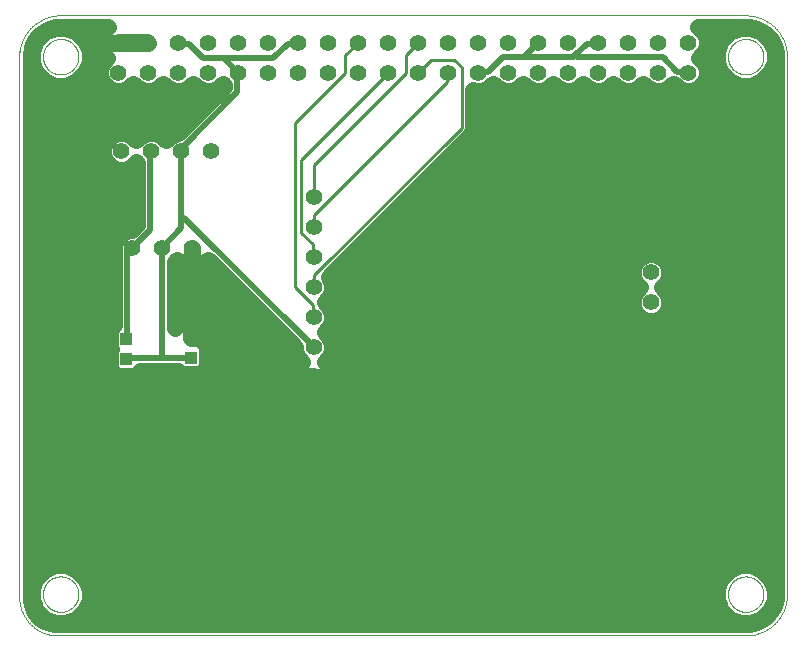
<source format=gtl>
G75*
%MOIN*%
%OFA0B0*%
%FSLAX25Y25*%
%IPPOS*%
%LPD*%
%AMOC8*
5,1,8,0,0,1.08239X$1,22.5*
%
%ADD10C,0.00000*%
%ADD11R,0.03937X0.04331*%
%ADD12C,0.05600*%
%ADD13C,0.05500*%
%ADD14C,0.02000*%
%ADD15C,0.01000*%
D10*
X0023493Y0027808D02*
X0023493Y0206942D01*
X0023493Y0209894D01*
X0023493Y0206942D02*
X0023473Y0207275D01*
X0023462Y0207609D01*
X0023458Y0207942D01*
X0023462Y0208276D01*
X0023475Y0208610D01*
X0023495Y0208943D01*
X0023524Y0209276D01*
X0023561Y0209608D01*
X0023605Y0209938D01*
X0023658Y0210268D01*
X0023719Y0210596D01*
X0023787Y0210923D01*
X0023863Y0211248D01*
X0023948Y0211571D01*
X0024040Y0211892D01*
X0024139Y0212211D01*
X0024247Y0212527D01*
X0024362Y0212840D01*
X0024484Y0213151D01*
X0024614Y0213458D01*
X0024751Y0213763D01*
X0024896Y0214063D01*
X0025048Y0214361D01*
X0025207Y0214654D01*
X0025373Y0214944D01*
X0025546Y0215229D01*
X0025726Y0215511D01*
X0025913Y0215787D01*
X0026106Y0216060D01*
X0026306Y0216327D01*
X0026512Y0216590D01*
X0026725Y0216847D01*
X0026943Y0217099D01*
X0027168Y0217346D01*
X0027398Y0217588D01*
X0027635Y0217823D01*
X0027877Y0218053D01*
X0028124Y0218278D01*
X0028377Y0218496D01*
X0028635Y0218707D01*
X0028898Y0218913D01*
X0029166Y0219112D01*
X0029439Y0219305D01*
X0029716Y0219491D01*
X0029998Y0219670D01*
X0030284Y0219842D01*
X0030574Y0220008D01*
X0030867Y0220166D01*
X0031165Y0220317D01*
X0031466Y0220461D01*
X0031771Y0220598D01*
X0032079Y0220727D01*
X0032390Y0220849D01*
X0032703Y0220963D01*
X0033020Y0221070D01*
X0033338Y0221169D01*
X0033660Y0221260D01*
X0033983Y0221343D01*
X0034308Y0221419D01*
X0034635Y0221487D01*
X0034963Y0221547D01*
X0035293Y0221598D01*
X0035624Y0221642D01*
X0035956Y0221678D01*
X0036289Y0221706D01*
X0036288Y0221705D02*
X0265619Y0221705D01*
X0265619Y0221706D02*
X0265952Y0221702D01*
X0266285Y0221690D01*
X0266617Y0221670D01*
X0266949Y0221642D01*
X0267280Y0221606D01*
X0267610Y0221561D01*
X0267939Y0221509D01*
X0268267Y0221449D01*
X0268593Y0221381D01*
X0268917Y0221306D01*
X0269239Y0221222D01*
X0269559Y0221131D01*
X0269877Y0221032D01*
X0270193Y0220925D01*
X0270505Y0220811D01*
X0270815Y0220689D01*
X0271122Y0220559D01*
X0271426Y0220423D01*
X0271726Y0220279D01*
X0272023Y0220128D01*
X0272316Y0219969D01*
X0272605Y0219804D01*
X0272890Y0219632D01*
X0273171Y0219453D01*
X0273447Y0219267D01*
X0273719Y0219074D01*
X0273986Y0218875D01*
X0274248Y0218670D01*
X0274505Y0218458D01*
X0274757Y0218240D01*
X0275003Y0218017D01*
X0275244Y0217787D01*
X0275480Y0217551D01*
X0275710Y0217310D01*
X0275933Y0217064D01*
X0276151Y0216812D01*
X0276363Y0216555D01*
X0276568Y0216293D01*
X0276767Y0216026D01*
X0276960Y0215754D01*
X0277146Y0215478D01*
X0277325Y0215197D01*
X0277497Y0214912D01*
X0277662Y0214623D01*
X0277821Y0214330D01*
X0277972Y0214033D01*
X0278116Y0213733D01*
X0278252Y0213429D01*
X0278382Y0213122D01*
X0278504Y0212812D01*
X0278618Y0212500D01*
X0278725Y0212184D01*
X0278824Y0211866D01*
X0278915Y0211546D01*
X0278999Y0211224D01*
X0279074Y0210900D01*
X0279142Y0210574D01*
X0279202Y0210246D01*
X0279254Y0209917D01*
X0279299Y0209587D01*
X0279335Y0209256D01*
X0279363Y0208924D01*
X0279383Y0208592D01*
X0279395Y0208259D01*
X0279399Y0207926D01*
X0279399Y0028792D01*
X0279395Y0028459D01*
X0279383Y0028126D01*
X0279363Y0027794D01*
X0279335Y0027462D01*
X0279299Y0027131D01*
X0279254Y0026801D01*
X0279202Y0026472D01*
X0279142Y0026144D01*
X0279074Y0025818D01*
X0278999Y0025494D01*
X0278915Y0025172D01*
X0278824Y0024852D01*
X0278725Y0024534D01*
X0278618Y0024218D01*
X0278504Y0023906D01*
X0278382Y0023596D01*
X0278252Y0023289D01*
X0278116Y0022985D01*
X0277972Y0022685D01*
X0277821Y0022388D01*
X0277662Y0022095D01*
X0277497Y0021806D01*
X0277325Y0021521D01*
X0277146Y0021240D01*
X0276960Y0020964D01*
X0276767Y0020692D01*
X0276568Y0020425D01*
X0276363Y0020163D01*
X0276151Y0019906D01*
X0275933Y0019654D01*
X0275710Y0019408D01*
X0275480Y0019167D01*
X0275244Y0018931D01*
X0275003Y0018701D01*
X0274757Y0018478D01*
X0274505Y0018260D01*
X0274248Y0018048D01*
X0273986Y0017843D01*
X0273719Y0017644D01*
X0273447Y0017451D01*
X0273171Y0017265D01*
X0272890Y0017086D01*
X0272605Y0016914D01*
X0272316Y0016749D01*
X0272023Y0016590D01*
X0271726Y0016439D01*
X0271426Y0016295D01*
X0271122Y0016159D01*
X0270815Y0016029D01*
X0270505Y0015907D01*
X0270193Y0015793D01*
X0269877Y0015686D01*
X0269559Y0015587D01*
X0269239Y0015496D01*
X0268917Y0015412D01*
X0268593Y0015337D01*
X0268267Y0015269D01*
X0267939Y0015209D01*
X0267610Y0015157D01*
X0267280Y0015112D01*
X0266949Y0015076D01*
X0266617Y0015048D01*
X0266285Y0015028D01*
X0265952Y0015016D01*
X0265619Y0015012D01*
X0265619Y0015013D02*
X0036288Y0015013D01*
X0035979Y0015017D01*
X0035670Y0015028D01*
X0035361Y0015047D01*
X0035053Y0015073D01*
X0034746Y0015106D01*
X0034439Y0015147D01*
X0034134Y0015196D01*
X0033830Y0015251D01*
X0033527Y0015314D01*
X0033226Y0015385D01*
X0032927Y0015462D01*
X0032629Y0015547D01*
X0032334Y0015639D01*
X0032041Y0015738D01*
X0031751Y0015844D01*
X0031463Y0015958D01*
X0031178Y0016078D01*
X0030896Y0016205D01*
X0030617Y0016338D01*
X0030342Y0016479D01*
X0030070Y0016626D01*
X0029801Y0016779D01*
X0029537Y0016939D01*
X0029276Y0017105D01*
X0029020Y0017278D01*
X0028767Y0017457D01*
X0028519Y0017641D01*
X0028276Y0017832D01*
X0028037Y0018029D01*
X0027803Y0018231D01*
X0027574Y0018439D01*
X0027351Y0018652D01*
X0027132Y0018871D01*
X0026919Y0019094D01*
X0026711Y0019323D01*
X0026509Y0019557D01*
X0026312Y0019796D01*
X0026121Y0020039D01*
X0025937Y0020287D01*
X0025758Y0020540D01*
X0025585Y0020796D01*
X0025419Y0021057D01*
X0025259Y0021321D01*
X0025106Y0021590D01*
X0024959Y0021862D01*
X0024818Y0022137D01*
X0024685Y0022416D01*
X0024558Y0022698D01*
X0024438Y0022983D01*
X0024324Y0023271D01*
X0024218Y0023561D01*
X0024119Y0023854D01*
X0024027Y0024149D01*
X0023942Y0024447D01*
X0023865Y0024746D01*
X0023794Y0025047D01*
X0023731Y0025350D01*
X0023676Y0025654D01*
X0023627Y0025959D01*
X0023586Y0026266D01*
X0023553Y0026573D01*
X0023527Y0026881D01*
X0023508Y0027190D01*
X0023497Y0027499D01*
X0023493Y0027808D01*
X0031367Y0028792D02*
X0031369Y0028945D01*
X0031375Y0029099D01*
X0031385Y0029252D01*
X0031399Y0029404D01*
X0031417Y0029557D01*
X0031439Y0029708D01*
X0031464Y0029859D01*
X0031494Y0030010D01*
X0031528Y0030160D01*
X0031565Y0030308D01*
X0031606Y0030456D01*
X0031651Y0030602D01*
X0031700Y0030748D01*
X0031753Y0030892D01*
X0031809Y0031034D01*
X0031869Y0031175D01*
X0031933Y0031315D01*
X0032000Y0031453D01*
X0032071Y0031589D01*
X0032146Y0031723D01*
X0032223Y0031855D01*
X0032305Y0031985D01*
X0032389Y0032113D01*
X0032477Y0032239D01*
X0032568Y0032362D01*
X0032662Y0032483D01*
X0032760Y0032601D01*
X0032860Y0032717D01*
X0032964Y0032830D01*
X0033070Y0032941D01*
X0033179Y0033049D01*
X0033291Y0033154D01*
X0033405Y0033255D01*
X0033523Y0033354D01*
X0033642Y0033450D01*
X0033764Y0033543D01*
X0033889Y0033632D01*
X0034016Y0033719D01*
X0034145Y0033801D01*
X0034276Y0033881D01*
X0034409Y0033957D01*
X0034544Y0034030D01*
X0034681Y0034099D01*
X0034820Y0034164D01*
X0034960Y0034226D01*
X0035102Y0034284D01*
X0035245Y0034339D01*
X0035390Y0034390D01*
X0035536Y0034437D01*
X0035683Y0034480D01*
X0035831Y0034519D01*
X0035980Y0034555D01*
X0036130Y0034586D01*
X0036281Y0034614D01*
X0036432Y0034638D01*
X0036585Y0034658D01*
X0036737Y0034674D01*
X0036890Y0034686D01*
X0037043Y0034694D01*
X0037196Y0034698D01*
X0037350Y0034698D01*
X0037503Y0034694D01*
X0037656Y0034686D01*
X0037809Y0034674D01*
X0037961Y0034658D01*
X0038114Y0034638D01*
X0038265Y0034614D01*
X0038416Y0034586D01*
X0038566Y0034555D01*
X0038715Y0034519D01*
X0038863Y0034480D01*
X0039010Y0034437D01*
X0039156Y0034390D01*
X0039301Y0034339D01*
X0039444Y0034284D01*
X0039586Y0034226D01*
X0039726Y0034164D01*
X0039865Y0034099D01*
X0040002Y0034030D01*
X0040137Y0033957D01*
X0040270Y0033881D01*
X0040401Y0033801D01*
X0040530Y0033719D01*
X0040657Y0033632D01*
X0040782Y0033543D01*
X0040904Y0033450D01*
X0041023Y0033354D01*
X0041141Y0033255D01*
X0041255Y0033154D01*
X0041367Y0033049D01*
X0041476Y0032941D01*
X0041582Y0032830D01*
X0041686Y0032717D01*
X0041786Y0032601D01*
X0041884Y0032483D01*
X0041978Y0032362D01*
X0042069Y0032239D01*
X0042157Y0032113D01*
X0042241Y0031985D01*
X0042323Y0031855D01*
X0042400Y0031723D01*
X0042475Y0031589D01*
X0042546Y0031453D01*
X0042613Y0031315D01*
X0042677Y0031175D01*
X0042737Y0031034D01*
X0042793Y0030892D01*
X0042846Y0030748D01*
X0042895Y0030602D01*
X0042940Y0030456D01*
X0042981Y0030308D01*
X0043018Y0030160D01*
X0043052Y0030010D01*
X0043082Y0029859D01*
X0043107Y0029708D01*
X0043129Y0029557D01*
X0043147Y0029404D01*
X0043161Y0029252D01*
X0043171Y0029099D01*
X0043177Y0028945D01*
X0043179Y0028792D01*
X0043177Y0028639D01*
X0043171Y0028485D01*
X0043161Y0028332D01*
X0043147Y0028180D01*
X0043129Y0028027D01*
X0043107Y0027876D01*
X0043082Y0027725D01*
X0043052Y0027574D01*
X0043018Y0027424D01*
X0042981Y0027276D01*
X0042940Y0027128D01*
X0042895Y0026982D01*
X0042846Y0026836D01*
X0042793Y0026692D01*
X0042737Y0026550D01*
X0042677Y0026409D01*
X0042613Y0026269D01*
X0042546Y0026131D01*
X0042475Y0025995D01*
X0042400Y0025861D01*
X0042323Y0025729D01*
X0042241Y0025599D01*
X0042157Y0025471D01*
X0042069Y0025345D01*
X0041978Y0025222D01*
X0041884Y0025101D01*
X0041786Y0024983D01*
X0041686Y0024867D01*
X0041582Y0024754D01*
X0041476Y0024643D01*
X0041367Y0024535D01*
X0041255Y0024430D01*
X0041141Y0024329D01*
X0041023Y0024230D01*
X0040904Y0024134D01*
X0040782Y0024041D01*
X0040657Y0023952D01*
X0040530Y0023865D01*
X0040401Y0023783D01*
X0040270Y0023703D01*
X0040137Y0023627D01*
X0040002Y0023554D01*
X0039865Y0023485D01*
X0039726Y0023420D01*
X0039586Y0023358D01*
X0039444Y0023300D01*
X0039301Y0023245D01*
X0039156Y0023194D01*
X0039010Y0023147D01*
X0038863Y0023104D01*
X0038715Y0023065D01*
X0038566Y0023029D01*
X0038416Y0022998D01*
X0038265Y0022970D01*
X0038114Y0022946D01*
X0037961Y0022926D01*
X0037809Y0022910D01*
X0037656Y0022898D01*
X0037503Y0022890D01*
X0037350Y0022886D01*
X0037196Y0022886D01*
X0037043Y0022890D01*
X0036890Y0022898D01*
X0036737Y0022910D01*
X0036585Y0022926D01*
X0036432Y0022946D01*
X0036281Y0022970D01*
X0036130Y0022998D01*
X0035980Y0023029D01*
X0035831Y0023065D01*
X0035683Y0023104D01*
X0035536Y0023147D01*
X0035390Y0023194D01*
X0035245Y0023245D01*
X0035102Y0023300D01*
X0034960Y0023358D01*
X0034820Y0023420D01*
X0034681Y0023485D01*
X0034544Y0023554D01*
X0034409Y0023627D01*
X0034276Y0023703D01*
X0034145Y0023783D01*
X0034016Y0023865D01*
X0033889Y0023952D01*
X0033764Y0024041D01*
X0033642Y0024134D01*
X0033523Y0024230D01*
X0033405Y0024329D01*
X0033291Y0024430D01*
X0033179Y0024535D01*
X0033070Y0024643D01*
X0032964Y0024754D01*
X0032860Y0024867D01*
X0032760Y0024983D01*
X0032662Y0025101D01*
X0032568Y0025222D01*
X0032477Y0025345D01*
X0032389Y0025471D01*
X0032305Y0025599D01*
X0032223Y0025729D01*
X0032146Y0025861D01*
X0032071Y0025995D01*
X0032000Y0026131D01*
X0031933Y0026269D01*
X0031869Y0026409D01*
X0031809Y0026550D01*
X0031753Y0026692D01*
X0031700Y0026836D01*
X0031651Y0026982D01*
X0031606Y0027128D01*
X0031565Y0027276D01*
X0031528Y0027424D01*
X0031494Y0027574D01*
X0031464Y0027725D01*
X0031439Y0027876D01*
X0031417Y0028027D01*
X0031399Y0028180D01*
X0031385Y0028332D01*
X0031375Y0028485D01*
X0031369Y0028639D01*
X0031367Y0028792D01*
X0031367Y0207926D02*
X0031369Y0208079D01*
X0031375Y0208233D01*
X0031385Y0208386D01*
X0031399Y0208538D01*
X0031417Y0208691D01*
X0031439Y0208842D01*
X0031464Y0208993D01*
X0031494Y0209144D01*
X0031528Y0209294D01*
X0031565Y0209442D01*
X0031606Y0209590D01*
X0031651Y0209736D01*
X0031700Y0209882D01*
X0031753Y0210026D01*
X0031809Y0210168D01*
X0031869Y0210309D01*
X0031933Y0210449D01*
X0032000Y0210587D01*
X0032071Y0210723D01*
X0032146Y0210857D01*
X0032223Y0210989D01*
X0032305Y0211119D01*
X0032389Y0211247D01*
X0032477Y0211373D01*
X0032568Y0211496D01*
X0032662Y0211617D01*
X0032760Y0211735D01*
X0032860Y0211851D01*
X0032964Y0211964D01*
X0033070Y0212075D01*
X0033179Y0212183D01*
X0033291Y0212288D01*
X0033405Y0212389D01*
X0033523Y0212488D01*
X0033642Y0212584D01*
X0033764Y0212677D01*
X0033889Y0212766D01*
X0034016Y0212853D01*
X0034145Y0212935D01*
X0034276Y0213015D01*
X0034409Y0213091D01*
X0034544Y0213164D01*
X0034681Y0213233D01*
X0034820Y0213298D01*
X0034960Y0213360D01*
X0035102Y0213418D01*
X0035245Y0213473D01*
X0035390Y0213524D01*
X0035536Y0213571D01*
X0035683Y0213614D01*
X0035831Y0213653D01*
X0035980Y0213689D01*
X0036130Y0213720D01*
X0036281Y0213748D01*
X0036432Y0213772D01*
X0036585Y0213792D01*
X0036737Y0213808D01*
X0036890Y0213820D01*
X0037043Y0213828D01*
X0037196Y0213832D01*
X0037350Y0213832D01*
X0037503Y0213828D01*
X0037656Y0213820D01*
X0037809Y0213808D01*
X0037961Y0213792D01*
X0038114Y0213772D01*
X0038265Y0213748D01*
X0038416Y0213720D01*
X0038566Y0213689D01*
X0038715Y0213653D01*
X0038863Y0213614D01*
X0039010Y0213571D01*
X0039156Y0213524D01*
X0039301Y0213473D01*
X0039444Y0213418D01*
X0039586Y0213360D01*
X0039726Y0213298D01*
X0039865Y0213233D01*
X0040002Y0213164D01*
X0040137Y0213091D01*
X0040270Y0213015D01*
X0040401Y0212935D01*
X0040530Y0212853D01*
X0040657Y0212766D01*
X0040782Y0212677D01*
X0040904Y0212584D01*
X0041023Y0212488D01*
X0041141Y0212389D01*
X0041255Y0212288D01*
X0041367Y0212183D01*
X0041476Y0212075D01*
X0041582Y0211964D01*
X0041686Y0211851D01*
X0041786Y0211735D01*
X0041884Y0211617D01*
X0041978Y0211496D01*
X0042069Y0211373D01*
X0042157Y0211247D01*
X0042241Y0211119D01*
X0042323Y0210989D01*
X0042400Y0210857D01*
X0042475Y0210723D01*
X0042546Y0210587D01*
X0042613Y0210449D01*
X0042677Y0210309D01*
X0042737Y0210168D01*
X0042793Y0210026D01*
X0042846Y0209882D01*
X0042895Y0209736D01*
X0042940Y0209590D01*
X0042981Y0209442D01*
X0043018Y0209294D01*
X0043052Y0209144D01*
X0043082Y0208993D01*
X0043107Y0208842D01*
X0043129Y0208691D01*
X0043147Y0208538D01*
X0043161Y0208386D01*
X0043171Y0208233D01*
X0043177Y0208079D01*
X0043179Y0207926D01*
X0043177Y0207773D01*
X0043171Y0207619D01*
X0043161Y0207466D01*
X0043147Y0207314D01*
X0043129Y0207161D01*
X0043107Y0207010D01*
X0043082Y0206859D01*
X0043052Y0206708D01*
X0043018Y0206558D01*
X0042981Y0206410D01*
X0042940Y0206262D01*
X0042895Y0206116D01*
X0042846Y0205970D01*
X0042793Y0205826D01*
X0042737Y0205684D01*
X0042677Y0205543D01*
X0042613Y0205403D01*
X0042546Y0205265D01*
X0042475Y0205129D01*
X0042400Y0204995D01*
X0042323Y0204863D01*
X0042241Y0204733D01*
X0042157Y0204605D01*
X0042069Y0204479D01*
X0041978Y0204356D01*
X0041884Y0204235D01*
X0041786Y0204117D01*
X0041686Y0204001D01*
X0041582Y0203888D01*
X0041476Y0203777D01*
X0041367Y0203669D01*
X0041255Y0203564D01*
X0041141Y0203463D01*
X0041023Y0203364D01*
X0040904Y0203268D01*
X0040782Y0203175D01*
X0040657Y0203086D01*
X0040530Y0202999D01*
X0040401Y0202917D01*
X0040270Y0202837D01*
X0040137Y0202761D01*
X0040002Y0202688D01*
X0039865Y0202619D01*
X0039726Y0202554D01*
X0039586Y0202492D01*
X0039444Y0202434D01*
X0039301Y0202379D01*
X0039156Y0202328D01*
X0039010Y0202281D01*
X0038863Y0202238D01*
X0038715Y0202199D01*
X0038566Y0202163D01*
X0038416Y0202132D01*
X0038265Y0202104D01*
X0038114Y0202080D01*
X0037961Y0202060D01*
X0037809Y0202044D01*
X0037656Y0202032D01*
X0037503Y0202024D01*
X0037350Y0202020D01*
X0037196Y0202020D01*
X0037043Y0202024D01*
X0036890Y0202032D01*
X0036737Y0202044D01*
X0036585Y0202060D01*
X0036432Y0202080D01*
X0036281Y0202104D01*
X0036130Y0202132D01*
X0035980Y0202163D01*
X0035831Y0202199D01*
X0035683Y0202238D01*
X0035536Y0202281D01*
X0035390Y0202328D01*
X0035245Y0202379D01*
X0035102Y0202434D01*
X0034960Y0202492D01*
X0034820Y0202554D01*
X0034681Y0202619D01*
X0034544Y0202688D01*
X0034409Y0202761D01*
X0034276Y0202837D01*
X0034145Y0202917D01*
X0034016Y0202999D01*
X0033889Y0203086D01*
X0033764Y0203175D01*
X0033642Y0203268D01*
X0033523Y0203364D01*
X0033405Y0203463D01*
X0033291Y0203564D01*
X0033179Y0203669D01*
X0033070Y0203777D01*
X0032964Y0203888D01*
X0032860Y0204001D01*
X0032760Y0204117D01*
X0032662Y0204235D01*
X0032568Y0204356D01*
X0032477Y0204479D01*
X0032389Y0204605D01*
X0032305Y0204733D01*
X0032223Y0204863D01*
X0032146Y0204995D01*
X0032071Y0205129D01*
X0032000Y0205265D01*
X0031933Y0205403D01*
X0031869Y0205543D01*
X0031809Y0205684D01*
X0031753Y0205826D01*
X0031700Y0205970D01*
X0031651Y0206116D01*
X0031606Y0206262D01*
X0031565Y0206410D01*
X0031528Y0206558D01*
X0031494Y0206708D01*
X0031464Y0206859D01*
X0031439Y0207010D01*
X0031417Y0207161D01*
X0031399Y0207314D01*
X0031385Y0207466D01*
X0031375Y0207619D01*
X0031369Y0207773D01*
X0031367Y0207926D01*
X0259713Y0207926D02*
X0259715Y0208079D01*
X0259721Y0208233D01*
X0259731Y0208386D01*
X0259745Y0208538D01*
X0259763Y0208691D01*
X0259785Y0208842D01*
X0259810Y0208993D01*
X0259840Y0209144D01*
X0259874Y0209294D01*
X0259911Y0209442D01*
X0259952Y0209590D01*
X0259997Y0209736D01*
X0260046Y0209882D01*
X0260099Y0210026D01*
X0260155Y0210168D01*
X0260215Y0210309D01*
X0260279Y0210449D01*
X0260346Y0210587D01*
X0260417Y0210723D01*
X0260492Y0210857D01*
X0260569Y0210989D01*
X0260651Y0211119D01*
X0260735Y0211247D01*
X0260823Y0211373D01*
X0260914Y0211496D01*
X0261008Y0211617D01*
X0261106Y0211735D01*
X0261206Y0211851D01*
X0261310Y0211964D01*
X0261416Y0212075D01*
X0261525Y0212183D01*
X0261637Y0212288D01*
X0261751Y0212389D01*
X0261869Y0212488D01*
X0261988Y0212584D01*
X0262110Y0212677D01*
X0262235Y0212766D01*
X0262362Y0212853D01*
X0262491Y0212935D01*
X0262622Y0213015D01*
X0262755Y0213091D01*
X0262890Y0213164D01*
X0263027Y0213233D01*
X0263166Y0213298D01*
X0263306Y0213360D01*
X0263448Y0213418D01*
X0263591Y0213473D01*
X0263736Y0213524D01*
X0263882Y0213571D01*
X0264029Y0213614D01*
X0264177Y0213653D01*
X0264326Y0213689D01*
X0264476Y0213720D01*
X0264627Y0213748D01*
X0264778Y0213772D01*
X0264931Y0213792D01*
X0265083Y0213808D01*
X0265236Y0213820D01*
X0265389Y0213828D01*
X0265542Y0213832D01*
X0265696Y0213832D01*
X0265849Y0213828D01*
X0266002Y0213820D01*
X0266155Y0213808D01*
X0266307Y0213792D01*
X0266460Y0213772D01*
X0266611Y0213748D01*
X0266762Y0213720D01*
X0266912Y0213689D01*
X0267061Y0213653D01*
X0267209Y0213614D01*
X0267356Y0213571D01*
X0267502Y0213524D01*
X0267647Y0213473D01*
X0267790Y0213418D01*
X0267932Y0213360D01*
X0268072Y0213298D01*
X0268211Y0213233D01*
X0268348Y0213164D01*
X0268483Y0213091D01*
X0268616Y0213015D01*
X0268747Y0212935D01*
X0268876Y0212853D01*
X0269003Y0212766D01*
X0269128Y0212677D01*
X0269250Y0212584D01*
X0269369Y0212488D01*
X0269487Y0212389D01*
X0269601Y0212288D01*
X0269713Y0212183D01*
X0269822Y0212075D01*
X0269928Y0211964D01*
X0270032Y0211851D01*
X0270132Y0211735D01*
X0270230Y0211617D01*
X0270324Y0211496D01*
X0270415Y0211373D01*
X0270503Y0211247D01*
X0270587Y0211119D01*
X0270669Y0210989D01*
X0270746Y0210857D01*
X0270821Y0210723D01*
X0270892Y0210587D01*
X0270959Y0210449D01*
X0271023Y0210309D01*
X0271083Y0210168D01*
X0271139Y0210026D01*
X0271192Y0209882D01*
X0271241Y0209736D01*
X0271286Y0209590D01*
X0271327Y0209442D01*
X0271364Y0209294D01*
X0271398Y0209144D01*
X0271428Y0208993D01*
X0271453Y0208842D01*
X0271475Y0208691D01*
X0271493Y0208538D01*
X0271507Y0208386D01*
X0271517Y0208233D01*
X0271523Y0208079D01*
X0271525Y0207926D01*
X0271523Y0207773D01*
X0271517Y0207619D01*
X0271507Y0207466D01*
X0271493Y0207314D01*
X0271475Y0207161D01*
X0271453Y0207010D01*
X0271428Y0206859D01*
X0271398Y0206708D01*
X0271364Y0206558D01*
X0271327Y0206410D01*
X0271286Y0206262D01*
X0271241Y0206116D01*
X0271192Y0205970D01*
X0271139Y0205826D01*
X0271083Y0205684D01*
X0271023Y0205543D01*
X0270959Y0205403D01*
X0270892Y0205265D01*
X0270821Y0205129D01*
X0270746Y0204995D01*
X0270669Y0204863D01*
X0270587Y0204733D01*
X0270503Y0204605D01*
X0270415Y0204479D01*
X0270324Y0204356D01*
X0270230Y0204235D01*
X0270132Y0204117D01*
X0270032Y0204001D01*
X0269928Y0203888D01*
X0269822Y0203777D01*
X0269713Y0203669D01*
X0269601Y0203564D01*
X0269487Y0203463D01*
X0269369Y0203364D01*
X0269250Y0203268D01*
X0269128Y0203175D01*
X0269003Y0203086D01*
X0268876Y0202999D01*
X0268747Y0202917D01*
X0268616Y0202837D01*
X0268483Y0202761D01*
X0268348Y0202688D01*
X0268211Y0202619D01*
X0268072Y0202554D01*
X0267932Y0202492D01*
X0267790Y0202434D01*
X0267647Y0202379D01*
X0267502Y0202328D01*
X0267356Y0202281D01*
X0267209Y0202238D01*
X0267061Y0202199D01*
X0266912Y0202163D01*
X0266762Y0202132D01*
X0266611Y0202104D01*
X0266460Y0202080D01*
X0266307Y0202060D01*
X0266155Y0202044D01*
X0266002Y0202032D01*
X0265849Y0202024D01*
X0265696Y0202020D01*
X0265542Y0202020D01*
X0265389Y0202024D01*
X0265236Y0202032D01*
X0265083Y0202044D01*
X0264931Y0202060D01*
X0264778Y0202080D01*
X0264627Y0202104D01*
X0264476Y0202132D01*
X0264326Y0202163D01*
X0264177Y0202199D01*
X0264029Y0202238D01*
X0263882Y0202281D01*
X0263736Y0202328D01*
X0263591Y0202379D01*
X0263448Y0202434D01*
X0263306Y0202492D01*
X0263166Y0202554D01*
X0263027Y0202619D01*
X0262890Y0202688D01*
X0262755Y0202761D01*
X0262622Y0202837D01*
X0262491Y0202917D01*
X0262362Y0202999D01*
X0262235Y0203086D01*
X0262110Y0203175D01*
X0261988Y0203268D01*
X0261869Y0203364D01*
X0261751Y0203463D01*
X0261637Y0203564D01*
X0261525Y0203669D01*
X0261416Y0203777D01*
X0261310Y0203888D01*
X0261206Y0204001D01*
X0261106Y0204117D01*
X0261008Y0204235D01*
X0260914Y0204356D01*
X0260823Y0204479D01*
X0260735Y0204605D01*
X0260651Y0204733D01*
X0260569Y0204863D01*
X0260492Y0204995D01*
X0260417Y0205129D01*
X0260346Y0205265D01*
X0260279Y0205403D01*
X0260215Y0205543D01*
X0260155Y0205684D01*
X0260099Y0205826D01*
X0260046Y0205970D01*
X0259997Y0206116D01*
X0259952Y0206262D01*
X0259911Y0206410D01*
X0259874Y0206558D01*
X0259840Y0206708D01*
X0259810Y0206859D01*
X0259785Y0207010D01*
X0259763Y0207161D01*
X0259745Y0207314D01*
X0259731Y0207466D01*
X0259721Y0207619D01*
X0259715Y0207773D01*
X0259713Y0207926D01*
X0259713Y0028792D02*
X0259715Y0028945D01*
X0259721Y0029099D01*
X0259731Y0029252D01*
X0259745Y0029404D01*
X0259763Y0029557D01*
X0259785Y0029708D01*
X0259810Y0029859D01*
X0259840Y0030010D01*
X0259874Y0030160D01*
X0259911Y0030308D01*
X0259952Y0030456D01*
X0259997Y0030602D01*
X0260046Y0030748D01*
X0260099Y0030892D01*
X0260155Y0031034D01*
X0260215Y0031175D01*
X0260279Y0031315D01*
X0260346Y0031453D01*
X0260417Y0031589D01*
X0260492Y0031723D01*
X0260569Y0031855D01*
X0260651Y0031985D01*
X0260735Y0032113D01*
X0260823Y0032239D01*
X0260914Y0032362D01*
X0261008Y0032483D01*
X0261106Y0032601D01*
X0261206Y0032717D01*
X0261310Y0032830D01*
X0261416Y0032941D01*
X0261525Y0033049D01*
X0261637Y0033154D01*
X0261751Y0033255D01*
X0261869Y0033354D01*
X0261988Y0033450D01*
X0262110Y0033543D01*
X0262235Y0033632D01*
X0262362Y0033719D01*
X0262491Y0033801D01*
X0262622Y0033881D01*
X0262755Y0033957D01*
X0262890Y0034030D01*
X0263027Y0034099D01*
X0263166Y0034164D01*
X0263306Y0034226D01*
X0263448Y0034284D01*
X0263591Y0034339D01*
X0263736Y0034390D01*
X0263882Y0034437D01*
X0264029Y0034480D01*
X0264177Y0034519D01*
X0264326Y0034555D01*
X0264476Y0034586D01*
X0264627Y0034614D01*
X0264778Y0034638D01*
X0264931Y0034658D01*
X0265083Y0034674D01*
X0265236Y0034686D01*
X0265389Y0034694D01*
X0265542Y0034698D01*
X0265696Y0034698D01*
X0265849Y0034694D01*
X0266002Y0034686D01*
X0266155Y0034674D01*
X0266307Y0034658D01*
X0266460Y0034638D01*
X0266611Y0034614D01*
X0266762Y0034586D01*
X0266912Y0034555D01*
X0267061Y0034519D01*
X0267209Y0034480D01*
X0267356Y0034437D01*
X0267502Y0034390D01*
X0267647Y0034339D01*
X0267790Y0034284D01*
X0267932Y0034226D01*
X0268072Y0034164D01*
X0268211Y0034099D01*
X0268348Y0034030D01*
X0268483Y0033957D01*
X0268616Y0033881D01*
X0268747Y0033801D01*
X0268876Y0033719D01*
X0269003Y0033632D01*
X0269128Y0033543D01*
X0269250Y0033450D01*
X0269369Y0033354D01*
X0269487Y0033255D01*
X0269601Y0033154D01*
X0269713Y0033049D01*
X0269822Y0032941D01*
X0269928Y0032830D01*
X0270032Y0032717D01*
X0270132Y0032601D01*
X0270230Y0032483D01*
X0270324Y0032362D01*
X0270415Y0032239D01*
X0270503Y0032113D01*
X0270587Y0031985D01*
X0270669Y0031855D01*
X0270746Y0031723D01*
X0270821Y0031589D01*
X0270892Y0031453D01*
X0270959Y0031315D01*
X0271023Y0031175D01*
X0271083Y0031034D01*
X0271139Y0030892D01*
X0271192Y0030748D01*
X0271241Y0030602D01*
X0271286Y0030456D01*
X0271327Y0030308D01*
X0271364Y0030160D01*
X0271398Y0030010D01*
X0271428Y0029859D01*
X0271453Y0029708D01*
X0271475Y0029557D01*
X0271493Y0029404D01*
X0271507Y0029252D01*
X0271517Y0029099D01*
X0271523Y0028945D01*
X0271525Y0028792D01*
X0271523Y0028639D01*
X0271517Y0028485D01*
X0271507Y0028332D01*
X0271493Y0028180D01*
X0271475Y0028027D01*
X0271453Y0027876D01*
X0271428Y0027725D01*
X0271398Y0027574D01*
X0271364Y0027424D01*
X0271327Y0027276D01*
X0271286Y0027128D01*
X0271241Y0026982D01*
X0271192Y0026836D01*
X0271139Y0026692D01*
X0271083Y0026550D01*
X0271023Y0026409D01*
X0270959Y0026269D01*
X0270892Y0026131D01*
X0270821Y0025995D01*
X0270746Y0025861D01*
X0270669Y0025729D01*
X0270587Y0025599D01*
X0270503Y0025471D01*
X0270415Y0025345D01*
X0270324Y0025222D01*
X0270230Y0025101D01*
X0270132Y0024983D01*
X0270032Y0024867D01*
X0269928Y0024754D01*
X0269822Y0024643D01*
X0269713Y0024535D01*
X0269601Y0024430D01*
X0269487Y0024329D01*
X0269369Y0024230D01*
X0269250Y0024134D01*
X0269128Y0024041D01*
X0269003Y0023952D01*
X0268876Y0023865D01*
X0268747Y0023783D01*
X0268616Y0023703D01*
X0268483Y0023627D01*
X0268348Y0023554D01*
X0268211Y0023485D01*
X0268072Y0023420D01*
X0267932Y0023358D01*
X0267790Y0023300D01*
X0267647Y0023245D01*
X0267502Y0023194D01*
X0267356Y0023147D01*
X0267209Y0023104D01*
X0267061Y0023065D01*
X0266912Y0023029D01*
X0266762Y0022998D01*
X0266611Y0022970D01*
X0266460Y0022946D01*
X0266307Y0022926D01*
X0266155Y0022910D01*
X0266002Y0022898D01*
X0265849Y0022890D01*
X0265696Y0022886D01*
X0265542Y0022886D01*
X0265389Y0022890D01*
X0265236Y0022898D01*
X0265083Y0022910D01*
X0264931Y0022926D01*
X0264778Y0022946D01*
X0264627Y0022970D01*
X0264476Y0022998D01*
X0264326Y0023029D01*
X0264177Y0023065D01*
X0264029Y0023104D01*
X0263882Y0023147D01*
X0263736Y0023194D01*
X0263591Y0023245D01*
X0263448Y0023300D01*
X0263306Y0023358D01*
X0263166Y0023420D01*
X0263027Y0023485D01*
X0262890Y0023554D01*
X0262755Y0023627D01*
X0262622Y0023703D01*
X0262491Y0023783D01*
X0262362Y0023865D01*
X0262235Y0023952D01*
X0262110Y0024041D01*
X0261988Y0024134D01*
X0261869Y0024230D01*
X0261751Y0024329D01*
X0261637Y0024430D01*
X0261525Y0024535D01*
X0261416Y0024643D01*
X0261310Y0024754D01*
X0261206Y0024867D01*
X0261106Y0024983D01*
X0261008Y0025101D01*
X0260914Y0025222D01*
X0260823Y0025345D01*
X0260735Y0025471D01*
X0260651Y0025599D01*
X0260569Y0025729D01*
X0260492Y0025861D01*
X0260417Y0025995D01*
X0260346Y0026131D01*
X0260279Y0026269D01*
X0260215Y0026409D01*
X0260155Y0026550D01*
X0260099Y0026692D01*
X0260046Y0026836D01*
X0259997Y0026982D01*
X0259952Y0027128D01*
X0259911Y0027276D01*
X0259874Y0027424D01*
X0259840Y0027574D01*
X0259810Y0027725D01*
X0259785Y0027876D01*
X0259763Y0028027D01*
X0259745Y0028180D01*
X0259731Y0028332D01*
X0259721Y0028485D01*
X0259715Y0028639D01*
X0259713Y0028792D01*
D11*
X0080698Y0107572D03*
X0080698Y0114264D03*
X0059044Y0113871D03*
X0059044Y0107178D03*
D12*
X0061210Y0144107D03*
X0071210Y0144107D03*
X0081210Y0144107D03*
X0121564Y0141115D03*
X0121564Y0151115D03*
X0121564Y0161115D03*
X0087469Y0176390D03*
X0077469Y0176390D03*
X0067469Y0176390D03*
X0057469Y0176390D03*
X0056446Y0202650D03*
X0066446Y0202650D03*
X0076446Y0202650D03*
X0086446Y0202650D03*
X0096446Y0202650D03*
X0106446Y0202650D03*
X0116446Y0202650D03*
X0126446Y0202650D03*
X0136446Y0202650D03*
X0146446Y0202650D03*
X0156446Y0202650D03*
X0166446Y0202650D03*
X0176446Y0202650D03*
X0186446Y0202650D03*
X0196446Y0202650D03*
X0206446Y0202650D03*
X0216446Y0202650D03*
X0226446Y0202650D03*
X0236446Y0202650D03*
X0246446Y0202650D03*
X0246446Y0212650D03*
X0236446Y0212650D03*
X0226446Y0212650D03*
X0216446Y0212650D03*
X0206446Y0212650D03*
X0196446Y0212650D03*
X0186446Y0212650D03*
X0176446Y0212650D03*
X0166446Y0212650D03*
X0156446Y0212650D03*
X0146446Y0212650D03*
X0136446Y0212650D03*
X0126446Y0212650D03*
X0116446Y0212650D03*
X0106446Y0212650D03*
X0096446Y0212650D03*
X0086446Y0212650D03*
X0076446Y0212650D03*
X0066446Y0212650D03*
X0056446Y0212650D03*
X0121564Y0131115D03*
X0121564Y0121115D03*
X0121564Y0111115D03*
X0121564Y0101115D03*
X0234064Y0126115D03*
X0234064Y0136115D03*
D13*
X0029100Y0022292D02*
X0027917Y0024340D01*
X0027305Y0026625D01*
X0027227Y0027808D01*
X0027227Y0206336D01*
X0027271Y0206467D01*
X0027227Y0207075D01*
X0027227Y0208616D01*
X0027708Y0211110D01*
X0028858Y0213477D01*
X0030582Y0215466D01*
X0032761Y0216940D01*
X0035248Y0217801D01*
X0036485Y0217971D01*
X0052988Y0217971D01*
X0052317Y0217484D01*
X0051612Y0216779D01*
X0051026Y0215972D01*
X0050573Y0215083D01*
X0050264Y0214134D01*
X0050108Y0213149D01*
X0050108Y0212650D01*
X0050108Y0212152D01*
X0050264Y0211166D01*
X0050573Y0210218D01*
X0051026Y0209329D01*
X0051612Y0208522D01*
X0052317Y0207816D01*
X0052671Y0207559D01*
X0051240Y0206129D01*
X0050305Y0203872D01*
X0050305Y0201429D01*
X0051240Y0199172D01*
X0052967Y0197445D01*
X0055224Y0196510D01*
X0057667Y0196510D01*
X0059924Y0197445D01*
X0061446Y0198966D01*
X0062967Y0197445D01*
X0065224Y0196510D01*
X0067667Y0196510D01*
X0069924Y0197445D01*
X0071446Y0198966D01*
X0072967Y0197445D01*
X0075224Y0196510D01*
X0077667Y0196510D01*
X0079924Y0197445D01*
X0081446Y0198966D01*
X0082967Y0197445D01*
X0085224Y0196510D01*
X0087667Y0196510D01*
X0089924Y0197445D01*
X0091446Y0198966D01*
X0091823Y0198589D01*
X0091823Y0197839D01*
X0076515Y0182531D01*
X0076248Y0182531D01*
X0073991Y0181596D01*
X0072469Y0180075D01*
X0070948Y0181596D01*
X0068691Y0182531D01*
X0066248Y0182531D01*
X0063991Y0181596D01*
X0062469Y0180075D01*
X0060948Y0181596D01*
X0058691Y0182531D01*
X0056248Y0182531D01*
X0053991Y0181596D01*
X0052264Y0179869D01*
X0051329Y0177612D01*
X0051329Y0175169D01*
X0052264Y0172912D01*
X0053991Y0171185D01*
X0056248Y0170250D01*
X0058691Y0170250D01*
X0060948Y0171185D01*
X0062469Y0172706D01*
X0062788Y0172388D01*
X0062788Y0152071D01*
X0060964Y0150248D01*
X0059988Y0150248D01*
X0057731Y0149313D01*
X0056004Y0147585D01*
X0055069Y0145328D01*
X0055069Y0143638D01*
X0054913Y0143263D01*
X0054913Y0118598D01*
X0054244Y0117928D01*
X0053735Y0116701D01*
X0053735Y0111041D01*
X0053949Y0110524D01*
X0053735Y0110008D01*
X0053735Y0104348D01*
X0054244Y0103120D01*
X0055183Y0102181D01*
X0056411Y0101672D01*
X0061677Y0101672D01*
X0062905Y0102181D01*
X0063842Y0103118D01*
X0076293Y0103118D01*
X0076837Y0102574D01*
X0078065Y0102066D01*
X0083331Y0102066D01*
X0084559Y0102574D01*
X0085498Y0103514D01*
X0086007Y0104742D01*
X0086007Y0110401D01*
X0085899Y0110661D01*
X0086068Y0111067D01*
X0086204Y0111751D01*
X0086204Y0114264D01*
X0080698Y0114264D01*
X0080698Y0114265D01*
X0080698Y0114265D01*
X0080698Y0119967D01*
X0083015Y0119967D01*
X0083698Y0119831D01*
X0084342Y0119565D01*
X0084921Y0119178D01*
X0085414Y0118685D01*
X0085801Y0118105D01*
X0086068Y0117462D01*
X0086204Y0116778D01*
X0086204Y0114265D01*
X0080698Y0114265D01*
X0080698Y0119967D01*
X0078381Y0119967D01*
X0077697Y0119831D01*
X0077054Y0119565D01*
X0076474Y0119178D01*
X0075982Y0118685D01*
X0075594Y0118105D01*
X0075406Y0117649D01*
X0075406Y0139619D01*
X0076119Y0140332D01*
X0076376Y0139978D01*
X0077081Y0139273D01*
X0077888Y0138687D01*
X0078777Y0138234D01*
X0079726Y0137926D01*
X0080711Y0137770D01*
X0081209Y0137770D01*
X0081209Y0144107D01*
X0081210Y0144107D01*
X0081210Y0137770D01*
X0081708Y0137770D01*
X0082694Y0137926D01*
X0083642Y0138234D01*
X0084531Y0138687D01*
X0085338Y0139273D01*
X0086043Y0139978D01*
X0086253Y0140266D01*
X0115423Y0111096D01*
X0115423Y0109893D01*
X0116358Y0107637D01*
X0117789Y0106206D01*
X0117435Y0105949D01*
X0116730Y0105243D01*
X0116144Y0104436D01*
X0115691Y0103548D01*
X0115383Y0102599D01*
X0115227Y0101614D01*
X0115227Y0101115D01*
X0121564Y0101115D01*
X0127901Y0101115D01*
X0127901Y0101614D01*
X0127745Y0102599D01*
X0127437Y0103548D01*
X0126984Y0104436D01*
X0126398Y0105243D01*
X0125692Y0105949D01*
X0125339Y0106206D01*
X0126770Y0107637D01*
X0127704Y0109893D01*
X0127704Y0112336D01*
X0126770Y0114593D01*
X0125248Y0116115D01*
X0126770Y0117637D01*
X0127704Y0119893D01*
X0127704Y0122336D01*
X0126770Y0124593D01*
X0125248Y0126115D01*
X0126770Y0127637D01*
X0127704Y0129893D01*
X0127704Y0132336D01*
X0126770Y0134593D01*
X0126765Y0134598D01*
X0173142Y0180974D01*
X0174223Y0182055D01*
X0174807Y0183466D01*
X0174807Y0196683D01*
X0175224Y0196510D01*
X0177667Y0196510D01*
X0179924Y0197445D01*
X0181340Y0198860D01*
X0181490Y0198922D01*
X0182967Y0197445D01*
X0185224Y0196510D01*
X0187667Y0196510D01*
X0189924Y0197445D01*
X0191446Y0198966D01*
X0192967Y0197445D01*
X0195224Y0196510D01*
X0197667Y0196510D01*
X0199924Y0197445D01*
X0201446Y0198966D01*
X0202967Y0197445D01*
X0205224Y0196510D01*
X0207667Y0196510D01*
X0209924Y0197445D01*
X0211446Y0198966D01*
X0212967Y0197445D01*
X0215224Y0196510D01*
X0217667Y0196510D01*
X0219924Y0197445D01*
X0221446Y0198966D01*
X0222967Y0197445D01*
X0225224Y0196510D01*
X0227667Y0196510D01*
X0229924Y0197445D01*
X0231446Y0198966D01*
X0232967Y0197445D01*
X0235224Y0196510D01*
X0237667Y0196510D01*
X0239924Y0197445D01*
X0241329Y0198849D01*
X0241728Y0198684D01*
X0242967Y0197445D01*
X0245224Y0196510D01*
X0247667Y0196510D01*
X0249924Y0197445D01*
X0251651Y0199172D01*
X0252586Y0201429D01*
X0252586Y0203872D01*
X0251651Y0206129D01*
X0250130Y0207650D01*
X0251651Y0209172D01*
X0252586Y0211429D01*
X0252586Y0213872D01*
X0251651Y0216129D01*
X0249924Y0217856D01*
X0249646Y0217971D01*
X0265619Y0217971D01*
X0266930Y0217885D01*
X0269463Y0217207D01*
X0271734Y0215895D01*
X0273588Y0214041D01*
X0274900Y0211770D01*
X0275578Y0209237D01*
X0275664Y0207926D01*
X0275664Y0028792D01*
X0275578Y0027481D01*
X0274900Y0024948D01*
X0273588Y0022677D01*
X0271734Y0020823D01*
X0269463Y0019511D01*
X0266930Y0018833D01*
X0265619Y0018747D01*
X0036288Y0018747D01*
X0035106Y0018824D01*
X0032821Y0019436D01*
X0030772Y0020619D01*
X0029100Y0022292D01*
X0029100Y0023332D02*
X0031812Y0020620D01*
X0035355Y0019152D01*
X0039190Y0019152D01*
X0042733Y0020620D01*
X0045445Y0023332D01*
X0046912Y0026875D01*
X0046912Y0030710D01*
X0045445Y0034253D01*
X0042733Y0036964D01*
X0039190Y0038432D01*
X0035355Y0038432D01*
X0031812Y0036964D01*
X0029100Y0034253D01*
X0027633Y0030710D01*
X0027633Y0026875D01*
X0029100Y0023332D01*
X0028225Y0025444D02*
X0027621Y0025444D01*
X0031940Y0019945D02*
X0033441Y0019945D01*
X0041104Y0019945D02*
X0261787Y0019945D01*
X0260159Y0020620D02*
X0257447Y0023332D01*
X0255979Y0026875D01*
X0255979Y0030710D01*
X0257447Y0034253D01*
X0260159Y0036964D01*
X0263702Y0038432D01*
X0267536Y0038432D01*
X0271080Y0036964D01*
X0273791Y0034253D01*
X0275259Y0030710D01*
X0275259Y0026875D01*
X0273791Y0023332D01*
X0271080Y0020620D01*
X0267536Y0019152D01*
X0263702Y0019152D01*
X0260159Y0020620D01*
X0256572Y0025444D02*
X0046320Y0025444D01*
X0046816Y0030942D02*
X0256076Y0030942D01*
X0259635Y0036441D02*
X0043257Y0036441D01*
X0031289Y0036441D02*
X0027227Y0036441D01*
X0027227Y0041939D02*
X0275664Y0041939D01*
X0275664Y0036441D02*
X0271603Y0036441D01*
X0275162Y0030942D02*
X0275664Y0030942D01*
X0275033Y0025444D02*
X0274666Y0025444D01*
X0270215Y0019945D02*
X0269451Y0019945D01*
X0275664Y0047438D02*
X0027227Y0047438D01*
X0027227Y0052936D02*
X0275664Y0052936D01*
X0275664Y0058435D02*
X0027227Y0058435D01*
X0027227Y0063933D02*
X0275664Y0063933D01*
X0275664Y0069432D02*
X0027227Y0069432D01*
X0027227Y0074930D02*
X0275664Y0074930D01*
X0275664Y0080429D02*
X0027227Y0080429D01*
X0027227Y0085927D02*
X0275664Y0085927D01*
X0275664Y0091426D02*
X0027227Y0091426D01*
X0027227Y0096924D02*
X0116792Y0096924D01*
X0116730Y0096986D02*
X0117435Y0096281D01*
X0118242Y0095695D01*
X0119131Y0095242D01*
X0120080Y0094934D01*
X0121065Y0094777D01*
X0121564Y0094777D01*
X0122063Y0094777D01*
X0123048Y0094934D01*
X0123997Y0095242D01*
X0124885Y0095695D01*
X0125692Y0096281D01*
X0126398Y0096986D01*
X0126984Y0097793D01*
X0127437Y0098682D01*
X0127745Y0099631D01*
X0127901Y0100616D01*
X0127901Y0101115D01*
X0121564Y0101115D01*
X0121564Y0101115D01*
X0121262Y0101553D01*
X0096163Y0101553D01*
X0083368Y0114348D01*
X0080908Y0114348D01*
X0080908Y0143876D01*
X0081210Y0144107D01*
X0081209Y0140912D02*
X0081210Y0140912D01*
X0075406Y0135414D02*
X0091105Y0135414D01*
X0096604Y0129915D02*
X0075406Y0129915D01*
X0075406Y0124417D02*
X0102102Y0124417D01*
X0107601Y0118918D02*
X0085180Y0118918D01*
X0080698Y0118918D02*
X0080698Y0118918D01*
X0076215Y0118918D02*
X0075406Y0118918D01*
X0086204Y0113420D02*
X0113099Y0113420D01*
X0116240Y0107921D02*
X0086007Y0107921D01*
X0084193Y0102423D02*
X0115355Y0102423D01*
X0115227Y0101115D02*
X0115227Y0100616D01*
X0115383Y0099631D01*
X0115691Y0098682D01*
X0116144Y0097793D01*
X0116730Y0096986D01*
X0121564Y0096924D02*
X0121564Y0096924D01*
X0121564Y0094777D02*
X0121564Y0101115D01*
X0121564Y0101115D01*
X0121564Y0101115D01*
X0121564Y0094777D01*
X0126336Y0096924D02*
X0275664Y0096924D01*
X0275664Y0102423D02*
X0127773Y0102423D01*
X0126888Y0107921D02*
X0275664Y0107921D01*
X0275664Y0113420D02*
X0127256Y0113420D01*
X0127301Y0118918D02*
X0275664Y0118918D01*
X0275664Y0124417D02*
X0240007Y0124417D01*
X0240204Y0124893D02*
X0240204Y0127336D01*
X0239270Y0129593D01*
X0237748Y0131115D01*
X0239270Y0132637D01*
X0240204Y0134893D01*
X0240204Y0137336D01*
X0239270Y0139593D01*
X0237542Y0141321D01*
X0235285Y0142255D01*
X0232842Y0142255D01*
X0230586Y0141321D01*
X0228858Y0139593D01*
X0227923Y0137336D01*
X0227923Y0134893D01*
X0228858Y0132637D01*
X0230380Y0131115D01*
X0228858Y0129593D01*
X0227923Y0127336D01*
X0227923Y0124893D01*
X0228858Y0122637D01*
X0230586Y0120909D01*
X0232842Y0119974D01*
X0235285Y0119974D01*
X0237542Y0120909D01*
X0239270Y0122637D01*
X0240204Y0124893D01*
X0238947Y0129915D02*
X0275664Y0129915D01*
X0275664Y0135414D02*
X0240204Y0135414D01*
X0237950Y0140912D02*
X0275664Y0140912D01*
X0275664Y0146411D02*
X0138579Y0146411D01*
X0133080Y0140912D02*
X0230177Y0140912D01*
X0227923Y0135414D02*
X0127582Y0135414D01*
X0127704Y0129915D02*
X0229180Y0129915D01*
X0228121Y0124417D02*
X0126843Y0124417D01*
X0121564Y0101115D02*
X0115227Y0101115D01*
X0077202Y0102423D02*
X0063147Y0102423D01*
X0054941Y0102423D02*
X0027227Y0102423D01*
X0027227Y0107921D02*
X0053735Y0107921D01*
X0053735Y0113420D02*
X0027227Y0113420D01*
X0027227Y0118918D02*
X0054913Y0118918D01*
X0054913Y0124417D02*
X0027227Y0124417D01*
X0027227Y0129915D02*
X0054913Y0129915D01*
X0054913Y0135414D02*
X0027227Y0135414D01*
X0027227Y0140912D02*
X0054913Y0140912D01*
X0055517Y0146411D02*
X0027227Y0146411D01*
X0027227Y0151910D02*
X0062626Y0151910D01*
X0062788Y0157408D02*
X0027227Y0157408D01*
X0027227Y0162907D02*
X0062788Y0162907D01*
X0062788Y0168405D02*
X0027227Y0168405D01*
X0027227Y0173904D02*
X0051853Y0173904D01*
X0052070Y0179402D02*
X0027227Y0179402D01*
X0027227Y0184901D02*
X0078884Y0184901D01*
X0084383Y0190399D02*
X0027227Y0190399D01*
X0027227Y0195898D02*
X0089881Y0195898D01*
X0066446Y0212650D02*
X0066144Y0212773D01*
X0056793Y0212773D01*
X0056446Y0212650D01*
X0056446Y0212650D01*
X0060108Y0212650D01*
X0066446Y0212650D01*
X0066446Y0212650D01*
X0056446Y0212650D01*
X0050108Y0212650D01*
X0056446Y0212650D01*
X0056446Y0212650D01*
X0050108Y0212393D02*
X0045856Y0212393D01*
X0045445Y0213386D02*
X0042733Y0216098D01*
X0039190Y0217566D01*
X0035355Y0217566D01*
X0031812Y0216098D01*
X0029100Y0213386D01*
X0027633Y0209843D01*
X0027633Y0206008D01*
X0029100Y0202465D01*
X0031812Y0199754D01*
X0035355Y0198286D01*
X0039190Y0198286D01*
X0042733Y0199754D01*
X0045445Y0202465D01*
X0046912Y0206008D01*
X0046912Y0209843D01*
X0045445Y0213386D01*
X0046912Y0206895D02*
X0052006Y0206895D01*
X0050319Y0201396D02*
X0044375Y0201396D01*
X0030170Y0201396D02*
X0027227Y0201396D01*
X0027240Y0206895D02*
X0027633Y0206895D01*
X0028332Y0212393D02*
X0028689Y0212393D01*
X0035907Y0217892D02*
X0052878Y0217892D01*
X0144077Y0151910D02*
X0275664Y0151910D01*
X0275664Y0157408D02*
X0149576Y0157408D01*
X0155074Y0162907D02*
X0275664Y0162907D01*
X0275664Y0168405D02*
X0160573Y0168405D01*
X0166071Y0173904D02*
X0275664Y0173904D01*
X0275664Y0179402D02*
X0171570Y0179402D01*
X0174807Y0184901D02*
X0275664Y0184901D01*
X0275664Y0190399D02*
X0174807Y0190399D01*
X0174807Y0195898D02*
X0275664Y0195898D01*
X0271080Y0199754D02*
X0273791Y0202465D01*
X0275259Y0206008D01*
X0275259Y0209843D01*
X0273791Y0213386D01*
X0271080Y0216098D01*
X0267536Y0217566D01*
X0263702Y0217566D01*
X0260159Y0216098D01*
X0257447Y0213386D01*
X0255979Y0209843D01*
X0255979Y0206008D01*
X0257447Y0202465D01*
X0260159Y0199754D01*
X0263702Y0198286D01*
X0267536Y0198286D01*
X0271080Y0199754D01*
X0272722Y0201396D02*
X0275664Y0201396D01*
X0275664Y0206895D02*
X0275259Y0206895D01*
X0274540Y0212393D02*
X0274203Y0212393D01*
X0266833Y0217892D02*
X0249838Y0217892D01*
X0252586Y0212393D02*
X0257035Y0212393D01*
X0255979Y0206895D02*
X0250886Y0206895D01*
X0252573Y0201396D02*
X0258516Y0201396D01*
X0027729Y0030942D02*
X0027227Y0030942D01*
D14*
X0059044Y0107178D02*
X0059254Y0107459D01*
X0071065Y0107459D01*
X0071065Y0143876D01*
X0071210Y0144107D01*
X0071557Y0144860D01*
X0077463Y0150766D01*
X0077463Y0154211D01*
X0078447Y0154211D01*
X0121262Y0111396D01*
X0121564Y0111115D01*
X0080698Y0107572D02*
X0080415Y0107459D01*
X0071065Y0107459D01*
X0059044Y0113871D02*
X0059254Y0114348D01*
X0059254Y0142399D01*
X0060730Y0143876D01*
X0061210Y0144107D01*
X0061715Y0144860D01*
X0067128Y0150273D01*
X0067128Y0176356D01*
X0067469Y0176390D01*
X0077463Y0176356D02*
X0077469Y0176390D01*
X0077463Y0177340D01*
X0096163Y0196041D01*
X0096163Y0201947D01*
X0096446Y0202650D01*
X0096163Y0202931D01*
X0091734Y0207360D01*
X0107975Y0207360D01*
X0112896Y0212281D01*
X0116341Y0212281D01*
X0116446Y0212650D01*
X0091734Y0207360D02*
X0084845Y0207360D01*
X0079923Y0212281D01*
X0076478Y0212281D01*
X0076446Y0212650D01*
X0077463Y0176356D02*
X0077463Y0154211D01*
X0176446Y0202650D02*
X0176872Y0202931D01*
X0179825Y0202931D01*
X0184746Y0207852D01*
X0191636Y0207852D01*
X0208368Y0207852D01*
X0208860Y0208344D01*
X0209352Y0207852D01*
X0237896Y0207852D01*
X0242817Y0202931D01*
X0246262Y0202931D01*
X0246446Y0202650D01*
X0216446Y0212650D02*
X0216242Y0212281D01*
X0212797Y0212281D01*
X0208860Y0208344D01*
X0196446Y0212650D02*
X0196065Y0212281D01*
X0191636Y0207852D01*
D15*
X0170967Y0204407D02*
X0168506Y0206868D01*
X0160632Y0206868D01*
X0156695Y0202931D01*
X0156446Y0202650D01*
X0152266Y0202439D02*
X0152266Y0208344D01*
X0156203Y0212281D01*
X0156446Y0212650D01*
X0152266Y0202439D02*
X0121754Y0171927D01*
X0121754Y0161592D01*
X0121564Y0161115D01*
X0121754Y0155195D02*
X0166045Y0199486D01*
X0166045Y0202439D01*
X0166446Y0202650D01*
X0170967Y0204407D02*
X0170967Y0184230D01*
X0121754Y0135018D01*
X0121754Y0131573D01*
X0121564Y0131115D01*
X0121262Y0125175D02*
X0115356Y0131081D01*
X0115356Y0185707D01*
X0132089Y0202439D01*
X0132089Y0208344D01*
X0136026Y0212281D01*
X0136446Y0212650D01*
X0146446Y0202650D02*
X0146360Y0202439D01*
X0117325Y0173403D01*
X0117325Y0149289D01*
X0121262Y0145352D01*
X0121262Y0141415D01*
X0121564Y0141115D01*
X0121564Y0151115D02*
X0121754Y0151258D01*
X0121754Y0155195D01*
X0121262Y0125175D02*
X0121262Y0121238D01*
X0121564Y0121115D01*
M02*

</source>
